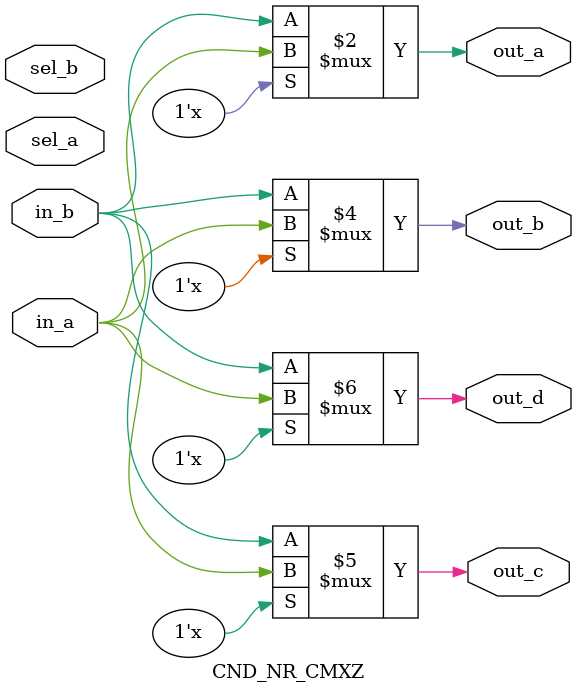
<source format=v>
module CND_NR_CMXZ (in_a, in_b, sel_a, sel_b, out_a, out_b, out_c, out_d);
   input in_a;
   input in_b;
   input sel_a;
   input sel_b;
   output out_a;
   output out_b;
   output out_c;
   output out_d;
   assign out_a = (sel_a == 1'bx) ? in_a : in_b;
   assign out_b = (sel_b == 1'bz) ? in_a : in_b;
   assign out_c = (1'bx) ? in_a : in_b;
   assign out_d = (1'bz) ? in_a : in_b;
endmodule


</source>
